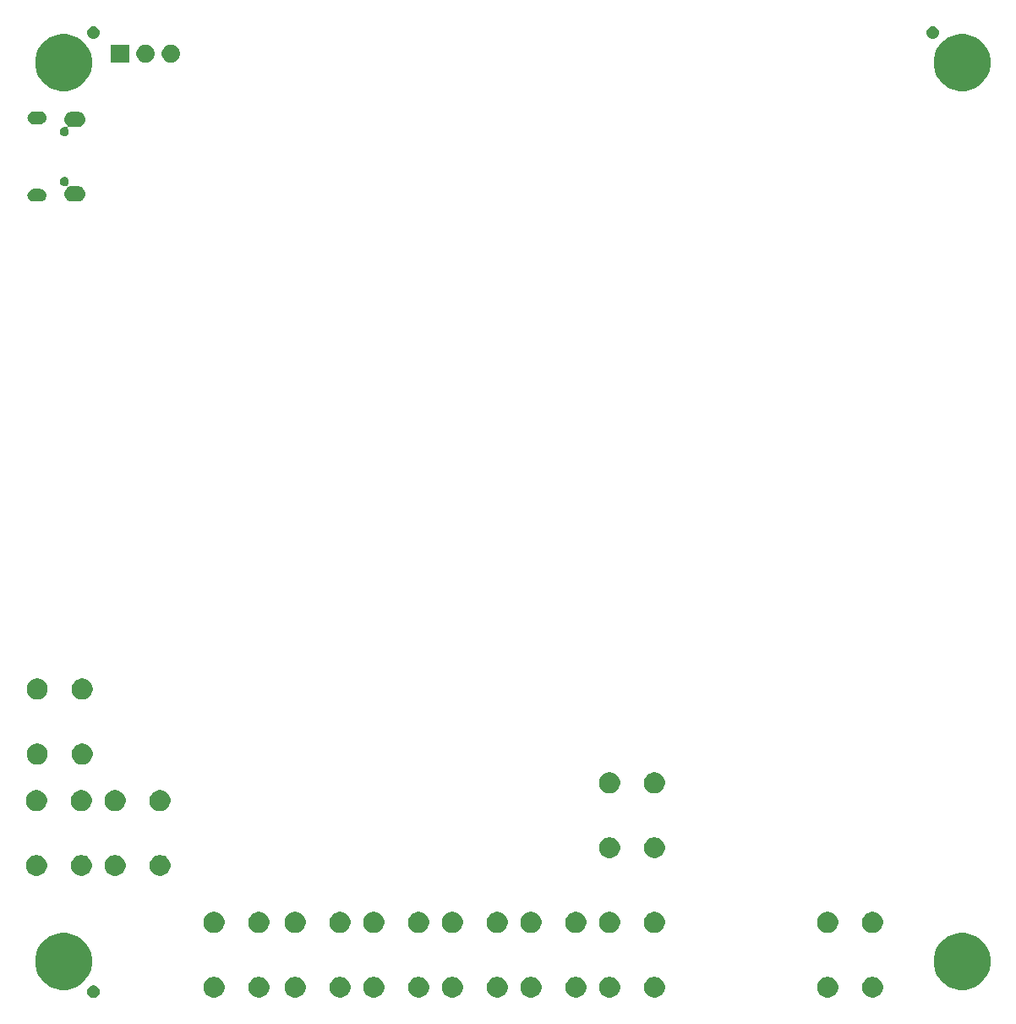
<source format=gbr>
G04 #@! TF.GenerationSoftware,KiCad,Pcbnew,5.1.5+dfsg1-2build2*
G04 #@! TF.CreationDate,2020-11-18T19:51:06+01:00*
G04 #@! TF.ProjectId,Logic_panel_v1,4c6f6769-635f-4706-916e-656c5f76312e,rev?*
G04 #@! TF.SameCoordinates,Original*
G04 #@! TF.FileFunction,Soldermask,Bot*
G04 #@! TF.FilePolarity,Negative*
%FSLAX46Y46*%
G04 Gerber Fmt 4.6, Leading zero omitted, Abs format (unit mm)*
G04 Created by KiCad (PCBNEW 5.1.5+dfsg1-2build2) date 2020-11-18 19:51:06*
%MOMM*%
%LPD*%
G04 APERTURE LIST*
%ADD10C,0.350000*%
G04 APERTURE END LIST*
D10*
G36*
X58121322Y-147430947D02*
G01*
X58181889Y-147442994D01*
X58238943Y-147466627D01*
X58295997Y-147490259D01*
X58398687Y-147558874D01*
X58486025Y-147646212D01*
X58554640Y-147748902D01*
X58601905Y-147863011D01*
X58626000Y-147984144D01*
X58626000Y-148107654D01*
X58601905Y-148228787D01*
X58554640Y-148342896D01*
X58486025Y-148445586D01*
X58398687Y-148532924D01*
X58295997Y-148601539D01*
X58267185Y-148613473D01*
X58181889Y-148648804D01*
X58156460Y-148653862D01*
X58060755Y-148672899D01*
X57937245Y-148672899D01*
X57841540Y-148653862D01*
X57816111Y-148648804D01*
X57730815Y-148613473D01*
X57702003Y-148601539D01*
X57599313Y-148532924D01*
X57511975Y-148445586D01*
X57443360Y-148342896D01*
X57396095Y-148228787D01*
X57372000Y-148107654D01*
X57372000Y-147984144D01*
X57396095Y-147863011D01*
X57443360Y-147748902D01*
X57511975Y-147646212D01*
X57599313Y-147558874D01*
X57702003Y-147490259D01*
X57759057Y-147466627D01*
X57816111Y-147442994D01*
X57876678Y-147430947D01*
X57937245Y-147418899D01*
X58060755Y-147418899D01*
X58121322Y-147430947D01*
G37*
G36*
X94264565Y-146592251D02*
G01*
X94455834Y-146671477D01*
X94455836Y-146671478D01*
X94627974Y-146786497D01*
X94774366Y-146932889D01*
X94889386Y-147105029D01*
X94968612Y-147296298D01*
X95009001Y-147499346D01*
X95009001Y-147706378D01*
X94968612Y-147909426D01*
X94937662Y-147984145D01*
X94889385Y-148100697D01*
X94774366Y-148272835D01*
X94627974Y-148419227D01*
X94455836Y-148534246D01*
X94455835Y-148534247D01*
X94455834Y-148534247D01*
X94264565Y-148613473D01*
X94061517Y-148653862D01*
X93854485Y-148653862D01*
X93651437Y-148613473D01*
X93460168Y-148534247D01*
X93460167Y-148534247D01*
X93460166Y-148534246D01*
X93288028Y-148419227D01*
X93141636Y-148272835D01*
X93026617Y-148100697D01*
X92978340Y-147984145D01*
X92947390Y-147909426D01*
X92907001Y-147706378D01*
X92907001Y-147499346D01*
X92947390Y-147296298D01*
X93026616Y-147105029D01*
X93141636Y-146932889D01*
X93288028Y-146786497D01*
X93460166Y-146671478D01*
X93460168Y-146671477D01*
X93651437Y-146592251D01*
X93854485Y-146551862D01*
X94061517Y-146551862D01*
X94264565Y-146592251D01*
G37*
G36*
X131856565Y-146592251D02*
G01*
X132047834Y-146671477D01*
X132047836Y-146671478D01*
X132219974Y-146786497D01*
X132366366Y-146932889D01*
X132481386Y-147105029D01*
X132560612Y-147296298D01*
X132601001Y-147499346D01*
X132601001Y-147706378D01*
X132560612Y-147909426D01*
X132529662Y-147984145D01*
X132481385Y-148100697D01*
X132366366Y-148272835D01*
X132219974Y-148419227D01*
X132047836Y-148534246D01*
X132047835Y-148534247D01*
X132047834Y-148534247D01*
X131856565Y-148613473D01*
X131653517Y-148653862D01*
X131446485Y-148653862D01*
X131243437Y-148613473D01*
X131052168Y-148534247D01*
X131052167Y-148534247D01*
X131052166Y-148534246D01*
X130880028Y-148419227D01*
X130733636Y-148272835D01*
X130618617Y-148100697D01*
X130570340Y-147984145D01*
X130539390Y-147909426D01*
X130499001Y-147706378D01*
X130499001Y-147499346D01*
X130539390Y-147296298D01*
X130618616Y-147105029D01*
X130733636Y-146932889D01*
X130880028Y-146786497D01*
X131052166Y-146671478D01*
X131052168Y-146671477D01*
X131243437Y-146592251D01*
X131446485Y-146551862D01*
X131653517Y-146551862D01*
X131856565Y-146592251D01*
G37*
G36*
X136356565Y-146592251D02*
G01*
X136547834Y-146671477D01*
X136547836Y-146671478D01*
X136719974Y-146786497D01*
X136866366Y-146932889D01*
X136981386Y-147105029D01*
X137060612Y-147296298D01*
X137101001Y-147499346D01*
X137101001Y-147706378D01*
X137060612Y-147909426D01*
X137029662Y-147984145D01*
X136981385Y-148100697D01*
X136866366Y-148272835D01*
X136719974Y-148419227D01*
X136547836Y-148534246D01*
X136547835Y-148534247D01*
X136547834Y-148534247D01*
X136356565Y-148613473D01*
X136153517Y-148653862D01*
X135946485Y-148653862D01*
X135743437Y-148613473D01*
X135552168Y-148534247D01*
X135552167Y-148534247D01*
X135552166Y-148534246D01*
X135380028Y-148419227D01*
X135233636Y-148272835D01*
X135118617Y-148100697D01*
X135070340Y-147984145D01*
X135039390Y-147909426D01*
X134999001Y-147706378D01*
X134999001Y-147499346D01*
X135039390Y-147296298D01*
X135118616Y-147105029D01*
X135233636Y-146932889D01*
X135380028Y-146786497D01*
X135552166Y-146671478D01*
X135552168Y-146671477D01*
X135743437Y-146592251D01*
X135946485Y-146551862D01*
X136153517Y-146551862D01*
X136356565Y-146592251D01*
G37*
G36*
X110012565Y-146592251D02*
G01*
X110203834Y-146671477D01*
X110203836Y-146671478D01*
X110375974Y-146786497D01*
X110522366Y-146932889D01*
X110637386Y-147105029D01*
X110716612Y-147296298D01*
X110757001Y-147499346D01*
X110757001Y-147706378D01*
X110716612Y-147909426D01*
X110685662Y-147984145D01*
X110637385Y-148100697D01*
X110522366Y-148272835D01*
X110375974Y-148419227D01*
X110203836Y-148534246D01*
X110203835Y-148534247D01*
X110203834Y-148534247D01*
X110012565Y-148613473D01*
X109809517Y-148653862D01*
X109602485Y-148653862D01*
X109399437Y-148613473D01*
X109208168Y-148534247D01*
X109208167Y-148534247D01*
X109208166Y-148534246D01*
X109036028Y-148419227D01*
X108889636Y-148272835D01*
X108774617Y-148100697D01*
X108726340Y-147984145D01*
X108695390Y-147909426D01*
X108655001Y-147706378D01*
X108655001Y-147499346D01*
X108695390Y-147296298D01*
X108774616Y-147105029D01*
X108889636Y-146932889D01*
X109036028Y-146786497D01*
X109208166Y-146671478D01*
X109208168Y-146671477D01*
X109399437Y-146592251D01*
X109602485Y-146551862D01*
X109809517Y-146551862D01*
X110012565Y-146592251D01*
G37*
G36*
X114512565Y-146592251D02*
G01*
X114703834Y-146671477D01*
X114703836Y-146671478D01*
X114875974Y-146786497D01*
X115022366Y-146932889D01*
X115137386Y-147105029D01*
X115216612Y-147296298D01*
X115257001Y-147499346D01*
X115257001Y-147706378D01*
X115216612Y-147909426D01*
X115185662Y-147984145D01*
X115137385Y-148100697D01*
X115022366Y-148272835D01*
X114875974Y-148419227D01*
X114703836Y-148534246D01*
X114703835Y-148534247D01*
X114703834Y-148534247D01*
X114512565Y-148613473D01*
X114309517Y-148653862D01*
X114102485Y-148653862D01*
X113899437Y-148613473D01*
X113708168Y-148534247D01*
X113708167Y-148534247D01*
X113708166Y-148534246D01*
X113536028Y-148419227D01*
X113389636Y-148272835D01*
X113274617Y-148100697D01*
X113226340Y-147984145D01*
X113195390Y-147909426D01*
X113155001Y-147706378D01*
X113155001Y-147499346D01*
X113195390Y-147296298D01*
X113274616Y-147105029D01*
X113389636Y-146932889D01*
X113536028Y-146786497D01*
X113708166Y-146671478D01*
X113708168Y-146671477D01*
X113899437Y-146592251D01*
X114102485Y-146551862D01*
X114309517Y-146551862D01*
X114512565Y-146592251D01*
G37*
G36*
X102138565Y-146592251D02*
G01*
X102329834Y-146671477D01*
X102329836Y-146671478D01*
X102501974Y-146786497D01*
X102648366Y-146932889D01*
X102763386Y-147105029D01*
X102842612Y-147296298D01*
X102883001Y-147499346D01*
X102883001Y-147706378D01*
X102842612Y-147909426D01*
X102811662Y-147984145D01*
X102763385Y-148100697D01*
X102648366Y-148272835D01*
X102501974Y-148419227D01*
X102329836Y-148534246D01*
X102329835Y-148534247D01*
X102329834Y-148534247D01*
X102138565Y-148613473D01*
X101935517Y-148653862D01*
X101728485Y-148653862D01*
X101525437Y-148613473D01*
X101334168Y-148534247D01*
X101334167Y-148534247D01*
X101334166Y-148534246D01*
X101162028Y-148419227D01*
X101015636Y-148272835D01*
X100900617Y-148100697D01*
X100852340Y-147984145D01*
X100821390Y-147909426D01*
X100781001Y-147706378D01*
X100781001Y-147499346D01*
X100821390Y-147296298D01*
X100900616Y-147105029D01*
X101015636Y-146932889D01*
X101162028Y-146786497D01*
X101334166Y-146671478D01*
X101334168Y-146671477D01*
X101525437Y-146592251D01*
X101728485Y-146551862D01*
X101935517Y-146551862D01*
X102138565Y-146592251D01*
G37*
G36*
X106638565Y-146592251D02*
G01*
X106829834Y-146671477D01*
X106829836Y-146671478D01*
X107001974Y-146786497D01*
X107148366Y-146932889D01*
X107263386Y-147105029D01*
X107342612Y-147296298D01*
X107383001Y-147499346D01*
X107383001Y-147706378D01*
X107342612Y-147909426D01*
X107311662Y-147984145D01*
X107263385Y-148100697D01*
X107148366Y-148272835D01*
X107001974Y-148419227D01*
X106829836Y-148534246D01*
X106829835Y-148534247D01*
X106829834Y-148534247D01*
X106638565Y-148613473D01*
X106435517Y-148653862D01*
X106228485Y-148653862D01*
X106025437Y-148613473D01*
X105834168Y-148534247D01*
X105834167Y-148534247D01*
X105834166Y-148534246D01*
X105662028Y-148419227D01*
X105515636Y-148272835D01*
X105400617Y-148100697D01*
X105352340Y-147984145D01*
X105321390Y-147909426D01*
X105281001Y-147706378D01*
X105281001Y-147499346D01*
X105321390Y-147296298D01*
X105400616Y-147105029D01*
X105515636Y-146932889D01*
X105662028Y-146786497D01*
X105834166Y-146671478D01*
X105834168Y-146671477D01*
X106025437Y-146592251D01*
X106228485Y-146551862D01*
X106435517Y-146551862D01*
X106638565Y-146592251D01*
G37*
G36*
X98764565Y-146592251D02*
G01*
X98955834Y-146671477D01*
X98955836Y-146671478D01*
X99127974Y-146786497D01*
X99274366Y-146932889D01*
X99389386Y-147105029D01*
X99468612Y-147296298D01*
X99509001Y-147499346D01*
X99509001Y-147706378D01*
X99468612Y-147909426D01*
X99437662Y-147984145D01*
X99389385Y-148100697D01*
X99274366Y-148272835D01*
X99127974Y-148419227D01*
X98955836Y-148534246D01*
X98955835Y-148534247D01*
X98955834Y-148534247D01*
X98764565Y-148613473D01*
X98561517Y-148653862D01*
X98354485Y-148653862D01*
X98151437Y-148613473D01*
X97960168Y-148534247D01*
X97960167Y-148534247D01*
X97960166Y-148534246D01*
X97788028Y-148419227D01*
X97641636Y-148272835D01*
X97526617Y-148100697D01*
X97478340Y-147984145D01*
X97447390Y-147909426D01*
X97407001Y-147706378D01*
X97407001Y-147499346D01*
X97447390Y-147296298D01*
X97526616Y-147105029D01*
X97641636Y-146932889D01*
X97788028Y-146786497D01*
X97960166Y-146671478D01*
X97960168Y-146671477D01*
X98151437Y-146592251D01*
X98354485Y-146551862D01*
X98561517Y-146551862D01*
X98764565Y-146592251D01*
G37*
G36*
X74888565Y-146592251D02*
G01*
X75079834Y-146671477D01*
X75079836Y-146671478D01*
X75251974Y-146786497D01*
X75398366Y-146932889D01*
X75513386Y-147105029D01*
X75592612Y-147296298D01*
X75633001Y-147499346D01*
X75633001Y-147706378D01*
X75592612Y-147909426D01*
X75561662Y-147984145D01*
X75513385Y-148100697D01*
X75398366Y-148272835D01*
X75251974Y-148419227D01*
X75079836Y-148534246D01*
X75079835Y-148534247D01*
X75079834Y-148534247D01*
X74888565Y-148613473D01*
X74685517Y-148653862D01*
X74478485Y-148653862D01*
X74275437Y-148613473D01*
X74084168Y-148534247D01*
X74084167Y-148534247D01*
X74084166Y-148534246D01*
X73912028Y-148419227D01*
X73765636Y-148272835D01*
X73650617Y-148100697D01*
X73602340Y-147984145D01*
X73571390Y-147909426D01*
X73531001Y-147706378D01*
X73531001Y-147499346D01*
X73571390Y-147296298D01*
X73650616Y-147105029D01*
X73765636Y-146932889D01*
X73912028Y-146786497D01*
X74084166Y-146671478D01*
X74084168Y-146671477D01*
X74275437Y-146592251D01*
X74478485Y-146551862D01*
X74685517Y-146551862D01*
X74888565Y-146592251D01*
G37*
G36*
X70388565Y-146592251D02*
G01*
X70579834Y-146671477D01*
X70579836Y-146671478D01*
X70751974Y-146786497D01*
X70898366Y-146932889D01*
X71013386Y-147105029D01*
X71092612Y-147296298D01*
X71133001Y-147499346D01*
X71133001Y-147706378D01*
X71092612Y-147909426D01*
X71061662Y-147984145D01*
X71013385Y-148100697D01*
X70898366Y-148272835D01*
X70751974Y-148419227D01*
X70579836Y-148534246D01*
X70579835Y-148534247D01*
X70579834Y-148534247D01*
X70388565Y-148613473D01*
X70185517Y-148653862D01*
X69978485Y-148653862D01*
X69775437Y-148613473D01*
X69584168Y-148534247D01*
X69584167Y-148534247D01*
X69584166Y-148534246D01*
X69412028Y-148419227D01*
X69265636Y-148272835D01*
X69150617Y-148100697D01*
X69102340Y-147984145D01*
X69071390Y-147909426D01*
X69031001Y-147706378D01*
X69031001Y-147499346D01*
X69071390Y-147296298D01*
X69150616Y-147105029D01*
X69265636Y-146932889D01*
X69412028Y-146786497D01*
X69584166Y-146671478D01*
X69584168Y-146671477D01*
X69775437Y-146592251D01*
X69978485Y-146551862D01*
X70185517Y-146551862D01*
X70388565Y-146592251D01*
G37*
G36*
X83016565Y-146592251D02*
G01*
X83207834Y-146671477D01*
X83207836Y-146671478D01*
X83379974Y-146786497D01*
X83526366Y-146932889D01*
X83641386Y-147105029D01*
X83720612Y-147296298D01*
X83761001Y-147499346D01*
X83761001Y-147706378D01*
X83720612Y-147909426D01*
X83689662Y-147984145D01*
X83641385Y-148100697D01*
X83526366Y-148272835D01*
X83379974Y-148419227D01*
X83207836Y-148534246D01*
X83207835Y-148534247D01*
X83207834Y-148534247D01*
X83016565Y-148613473D01*
X82813517Y-148653862D01*
X82606485Y-148653862D01*
X82403437Y-148613473D01*
X82212168Y-148534247D01*
X82212167Y-148534247D01*
X82212166Y-148534246D01*
X82040028Y-148419227D01*
X81893636Y-148272835D01*
X81778617Y-148100697D01*
X81730340Y-147984145D01*
X81699390Y-147909426D01*
X81659001Y-147706378D01*
X81659001Y-147499346D01*
X81699390Y-147296298D01*
X81778616Y-147105029D01*
X81893636Y-146932889D01*
X82040028Y-146786497D01*
X82212166Y-146671478D01*
X82212168Y-146671477D01*
X82403437Y-146592251D01*
X82606485Y-146551862D01*
X82813517Y-146551862D01*
X83016565Y-146592251D01*
G37*
G36*
X78516565Y-146592251D02*
G01*
X78707834Y-146671477D01*
X78707836Y-146671478D01*
X78879974Y-146786497D01*
X79026366Y-146932889D01*
X79141386Y-147105029D01*
X79220612Y-147296298D01*
X79261001Y-147499346D01*
X79261001Y-147706378D01*
X79220612Y-147909426D01*
X79189662Y-147984145D01*
X79141385Y-148100697D01*
X79026366Y-148272835D01*
X78879974Y-148419227D01*
X78707836Y-148534246D01*
X78707835Y-148534247D01*
X78707834Y-148534247D01*
X78516565Y-148613473D01*
X78313517Y-148653862D01*
X78106485Y-148653862D01*
X77903437Y-148613473D01*
X77712168Y-148534247D01*
X77712167Y-148534247D01*
X77712166Y-148534246D01*
X77540028Y-148419227D01*
X77393636Y-148272835D01*
X77278617Y-148100697D01*
X77230340Y-147984145D01*
X77199390Y-147909426D01*
X77159001Y-147706378D01*
X77159001Y-147499346D01*
X77199390Y-147296298D01*
X77278616Y-147105029D01*
X77393636Y-146932889D01*
X77540028Y-146786497D01*
X77712166Y-146671478D01*
X77712168Y-146671477D01*
X77903437Y-146592251D01*
X78106485Y-146551862D01*
X78313517Y-146551862D01*
X78516565Y-146592251D01*
G37*
G36*
X90890565Y-146592251D02*
G01*
X91081834Y-146671477D01*
X91081836Y-146671478D01*
X91253974Y-146786497D01*
X91400366Y-146932889D01*
X91515386Y-147105029D01*
X91594612Y-147296298D01*
X91635001Y-147499346D01*
X91635001Y-147706378D01*
X91594612Y-147909426D01*
X91563662Y-147984145D01*
X91515385Y-148100697D01*
X91400366Y-148272835D01*
X91253974Y-148419227D01*
X91081836Y-148534246D01*
X91081835Y-148534247D01*
X91081834Y-148534247D01*
X90890565Y-148613473D01*
X90687517Y-148653862D01*
X90480485Y-148653862D01*
X90277437Y-148613473D01*
X90086168Y-148534247D01*
X90086167Y-148534247D01*
X90086166Y-148534246D01*
X89914028Y-148419227D01*
X89767636Y-148272835D01*
X89652617Y-148100697D01*
X89604340Y-147984145D01*
X89573390Y-147909426D01*
X89533001Y-147706378D01*
X89533001Y-147499346D01*
X89573390Y-147296298D01*
X89652616Y-147105029D01*
X89767636Y-146932889D01*
X89914028Y-146786497D01*
X90086166Y-146671478D01*
X90086168Y-146671477D01*
X90277437Y-146592251D01*
X90480485Y-146551862D01*
X90687517Y-146551862D01*
X90890565Y-146592251D01*
G37*
G36*
X86390565Y-146592251D02*
G01*
X86581834Y-146671477D01*
X86581836Y-146671478D01*
X86753974Y-146786497D01*
X86900366Y-146932889D01*
X87015386Y-147105029D01*
X87094612Y-147296298D01*
X87135001Y-147499346D01*
X87135001Y-147706378D01*
X87094612Y-147909426D01*
X87063662Y-147984145D01*
X87015385Y-148100697D01*
X86900366Y-148272835D01*
X86753974Y-148419227D01*
X86581836Y-148534246D01*
X86581835Y-148534247D01*
X86581834Y-148534247D01*
X86390565Y-148613473D01*
X86187517Y-148653862D01*
X85980485Y-148653862D01*
X85777437Y-148613473D01*
X85586168Y-148534247D01*
X85586167Y-148534247D01*
X85586166Y-148534246D01*
X85414028Y-148419227D01*
X85267636Y-148272835D01*
X85152617Y-148100697D01*
X85104340Y-147984145D01*
X85073390Y-147909426D01*
X85033001Y-147706378D01*
X85033001Y-147499346D01*
X85073390Y-147296298D01*
X85152616Y-147105029D01*
X85267636Y-146932889D01*
X85414028Y-146786497D01*
X85586166Y-146671478D01*
X85586168Y-146671477D01*
X85777437Y-146592251D01*
X85980485Y-146551862D01*
X86187517Y-146551862D01*
X86390565Y-146592251D01*
G37*
G36*
X145576203Y-142218643D02*
G01*
X145851607Y-142273424D01*
X146370456Y-142488338D01*
X146837408Y-142800346D01*
X147234517Y-143197455D01*
X147546525Y-143664407D01*
X147761439Y-144183256D01*
X147871001Y-144734063D01*
X147871001Y-145295661D01*
X147761439Y-145846468D01*
X147546525Y-146365317D01*
X147234517Y-146832269D01*
X146837408Y-147229378D01*
X146370456Y-147541386D01*
X145851607Y-147756300D01*
X145576203Y-147811081D01*
X145300801Y-147865862D01*
X144739201Y-147865862D01*
X144463799Y-147811081D01*
X144188395Y-147756300D01*
X143669546Y-147541386D01*
X143202594Y-147229378D01*
X142805485Y-146832269D01*
X142493477Y-146365317D01*
X142278563Y-145846468D01*
X142169001Y-145295661D01*
X142169001Y-144734063D01*
X142278563Y-144183256D01*
X142493477Y-143664407D01*
X142805485Y-143197455D01*
X143202594Y-142800346D01*
X143669546Y-142488338D01*
X144188395Y-142273424D01*
X144463799Y-142218643D01*
X144739201Y-142163862D01*
X145300801Y-142163862D01*
X145576203Y-142218643D01*
G37*
G36*
X55576203Y-142218643D02*
G01*
X55851607Y-142273424D01*
X56370456Y-142488338D01*
X56837408Y-142800346D01*
X57234517Y-143197455D01*
X57546525Y-143664407D01*
X57761439Y-144183256D01*
X57871001Y-144734063D01*
X57871001Y-145295661D01*
X57761439Y-145846468D01*
X57546525Y-146365317D01*
X57234517Y-146832269D01*
X56837408Y-147229378D01*
X56370456Y-147541386D01*
X55851607Y-147756300D01*
X55576203Y-147811081D01*
X55300801Y-147865862D01*
X54739201Y-147865862D01*
X54463799Y-147811081D01*
X54188395Y-147756300D01*
X53669546Y-147541386D01*
X53202594Y-147229378D01*
X52805485Y-146832269D01*
X52493477Y-146365317D01*
X52278563Y-145846468D01*
X52169001Y-145295661D01*
X52169001Y-144734063D01*
X52278563Y-144183256D01*
X52493477Y-143664407D01*
X52805485Y-143197455D01*
X53202594Y-142800346D01*
X53669546Y-142488338D01*
X54188395Y-142273424D01*
X54463799Y-142218643D01*
X54739201Y-142163862D01*
X55300801Y-142163862D01*
X55576203Y-142218643D01*
G37*
G36*
X110012565Y-140092251D02*
G01*
X110203834Y-140171477D01*
X110203836Y-140171478D01*
X110375974Y-140286497D01*
X110522366Y-140432889D01*
X110637386Y-140605029D01*
X110716612Y-140796298D01*
X110757001Y-140999346D01*
X110757001Y-141206378D01*
X110716612Y-141409426D01*
X110637386Y-141600695D01*
X110637385Y-141600697D01*
X110522366Y-141772835D01*
X110375974Y-141919227D01*
X110203836Y-142034246D01*
X110203835Y-142034247D01*
X110203834Y-142034247D01*
X110012565Y-142113473D01*
X109809517Y-142153862D01*
X109602485Y-142153862D01*
X109399437Y-142113473D01*
X109208168Y-142034247D01*
X109208167Y-142034247D01*
X109208166Y-142034246D01*
X109036028Y-141919227D01*
X108889636Y-141772835D01*
X108774617Y-141600697D01*
X108774616Y-141600695D01*
X108695390Y-141409426D01*
X108655001Y-141206378D01*
X108655001Y-140999346D01*
X108695390Y-140796298D01*
X108774616Y-140605029D01*
X108889636Y-140432889D01*
X109036028Y-140286497D01*
X109208166Y-140171478D01*
X109208168Y-140171477D01*
X109399437Y-140092251D01*
X109602485Y-140051862D01*
X109809517Y-140051862D01*
X110012565Y-140092251D01*
G37*
G36*
X78516565Y-140092251D02*
G01*
X78707834Y-140171477D01*
X78707836Y-140171478D01*
X78879974Y-140286497D01*
X79026366Y-140432889D01*
X79141386Y-140605029D01*
X79220612Y-140796298D01*
X79261001Y-140999346D01*
X79261001Y-141206378D01*
X79220612Y-141409426D01*
X79141386Y-141600695D01*
X79141385Y-141600697D01*
X79026366Y-141772835D01*
X78879974Y-141919227D01*
X78707836Y-142034246D01*
X78707835Y-142034247D01*
X78707834Y-142034247D01*
X78516565Y-142113473D01*
X78313517Y-142153862D01*
X78106485Y-142153862D01*
X77903437Y-142113473D01*
X77712168Y-142034247D01*
X77712167Y-142034247D01*
X77712166Y-142034246D01*
X77540028Y-141919227D01*
X77393636Y-141772835D01*
X77278617Y-141600697D01*
X77278616Y-141600695D01*
X77199390Y-141409426D01*
X77159001Y-141206378D01*
X77159001Y-140999346D01*
X77199390Y-140796298D01*
X77278616Y-140605029D01*
X77393636Y-140432889D01*
X77540028Y-140286497D01*
X77712166Y-140171478D01*
X77712168Y-140171477D01*
X77903437Y-140092251D01*
X78106485Y-140051862D01*
X78313517Y-140051862D01*
X78516565Y-140092251D01*
G37*
G36*
X83016565Y-140092251D02*
G01*
X83207834Y-140171477D01*
X83207836Y-140171478D01*
X83379974Y-140286497D01*
X83526366Y-140432889D01*
X83641386Y-140605029D01*
X83720612Y-140796298D01*
X83761001Y-140999346D01*
X83761001Y-141206378D01*
X83720612Y-141409426D01*
X83641386Y-141600695D01*
X83641385Y-141600697D01*
X83526366Y-141772835D01*
X83379974Y-141919227D01*
X83207836Y-142034246D01*
X83207835Y-142034247D01*
X83207834Y-142034247D01*
X83016565Y-142113473D01*
X82813517Y-142153862D01*
X82606485Y-142153862D01*
X82403437Y-142113473D01*
X82212168Y-142034247D01*
X82212167Y-142034247D01*
X82212166Y-142034246D01*
X82040028Y-141919227D01*
X81893636Y-141772835D01*
X81778617Y-141600697D01*
X81778616Y-141600695D01*
X81699390Y-141409426D01*
X81659001Y-141206378D01*
X81659001Y-140999346D01*
X81699390Y-140796298D01*
X81778616Y-140605029D01*
X81893636Y-140432889D01*
X82040028Y-140286497D01*
X82212166Y-140171478D01*
X82212168Y-140171477D01*
X82403437Y-140092251D01*
X82606485Y-140051862D01*
X82813517Y-140051862D01*
X83016565Y-140092251D01*
G37*
G36*
X70388565Y-140092251D02*
G01*
X70579834Y-140171477D01*
X70579836Y-140171478D01*
X70751974Y-140286497D01*
X70898366Y-140432889D01*
X71013386Y-140605029D01*
X71092612Y-140796298D01*
X71133001Y-140999346D01*
X71133001Y-141206378D01*
X71092612Y-141409426D01*
X71013386Y-141600695D01*
X71013385Y-141600697D01*
X70898366Y-141772835D01*
X70751974Y-141919227D01*
X70579836Y-142034246D01*
X70579835Y-142034247D01*
X70579834Y-142034247D01*
X70388565Y-142113473D01*
X70185517Y-142153862D01*
X69978485Y-142153862D01*
X69775437Y-142113473D01*
X69584168Y-142034247D01*
X69584167Y-142034247D01*
X69584166Y-142034246D01*
X69412028Y-141919227D01*
X69265636Y-141772835D01*
X69150617Y-141600697D01*
X69150616Y-141600695D01*
X69071390Y-141409426D01*
X69031001Y-141206378D01*
X69031001Y-140999346D01*
X69071390Y-140796298D01*
X69150616Y-140605029D01*
X69265636Y-140432889D01*
X69412028Y-140286497D01*
X69584166Y-140171478D01*
X69584168Y-140171477D01*
X69775437Y-140092251D01*
X69978485Y-140051862D01*
X70185517Y-140051862D01*
X70388565Y-140092251D01*
G37*
G36*
X74888565Y-140092251D02*
G01*
X75079834Y-140171477D01*
X75079836Y-140171478D01*
X75251974Y-140286497D01*
X75398366Y-140432889D01*
X75513386Y-140605029D01*
X75592612Y-140796298D01*
X75633001Y-140999346D01*
X75633001Y-141206378D01*
X75592612Y-141409426D01*
X75513386Y-141600695D01*
X75513385Y-141600697D01*
X75398366Y-141772835D01*
X75251974Y-141919227D01*
X75079836Y-142034246D01*
X75079835Y-142034247D01*
X75079834Y-142034247D01*
X74888565Y-142113473D01*
X74685517Y-142153862D01*
X74478485Y-142153862D01*
X74275437Y-142113473D01*
X74084168Y-142034247D01*
X74084167Y-142034247D01*
X74084166Y-142034246D01*
X73912028Y-141919227D01*
X73765636Y-141772835D01*
X73650617Y-141600697D01*
X73650616Y-141600695D01*
X73571390Y-141409426D01*
X73531001Y-141206378D01*
X73531001Y-140999346D01*
X73571390Y-140796298D01*
X73650616Y-140605029D01*
X73765636Y-140432889D01*
X73912028Y-140286497D01*
X74084166Y-140171478D01*
X74084168Y-140171477D01*
X74275437Y-140092251D01*
X74478485Y-140051862D01*
X74685517Y-140051862D01*
X74888565Y-140092251D01*
G37*
G36*
X90890565Y-140092251D02*
G01*
X91081834Y-140171477D01*
X91081836Y-140171478D01*
X91253974Y-140286497D01*
X91400366Y-140432889D01*
X91515386Y-140605029D01*
X91594612Y-140796298D01*
X91635001Y-140999346D01*
X91635001Y-141206378D01*
X91594612Y-141409426D01*
X91515386Y-141600695D01*
X91515385Y-141600697D01*
X91400366Y-141772835D01*
X91253974Y-141919227D01*
X91081836Y-142034246D01*
X91081835Y-142034247D01*
X91081834Y-142034247D01*
X90890565Y-142113473D01*
X90687517Y-142153862D01*
X90480485Y-142153862D01*
X90277437Y-142113473D01*
X90086168Y-142034247D01*
X90086167Y-142034247D01*
X90086166Y-142034246D01*
X89914028Y-141919227D01*
X89767636Y-141772835D01*
X89652617Y-141600697D01*
X89652616Y-141600695D01*
X89573390Y-141409426D01*
X89533001Y-141206378D01*
X89533001Y-140999346D01*
X89573390Y-140796298D01*
X89652616Y-140605029D01*
X89767636Y-140432889D01*
X89914028Y-140286497D01*
X90086166Y-140171478D01*
X90086168Y-140171477D01*
X90277437Y-140092251D01*
X90480485Y-140051862D01*
X90687517Y-140051862D01*
X90890565Y-140092251D01*
G37*
G36*
X86390565Y-140092251D02*
G01*
X86581834Y-140171477D01*
X86581836Y-140171478D01*
X86753974Y-140286497D01*
X86900366Y-140432889D01*
X87015386Y-140605029D01*
X87094612Y-140796298D01*
X87135001Y-140999346D01*
X87135001Y-141206378D01*
X87094612Y-141409426D01*
X87015386Y-141600695D01*
X87015385Y-141600697D01*
X86900366Y-141772835D01*
X86753974Y-141919227D01*
X86581836Y-142034246D01*
X86581835Y-142034247D01*
X86581834Y-142034247D01*
X86390565Y-142113473D01*
X86187517Y-142153862D01*
X85980485Y-142153862D01*
X85777437Y-142113473D01*
X85586168Y-142034247D01*
X85586167Y-142034247D01*
X85586166Y-142034246D01*
X85414028Y-141919227D01*
X85267636Y-141772835D01*
X85152617Y-141600697D01*
X85152616Y-141600695D01*
X85073390Y-141409426D01*
X85033001Y-141206378D01*
X85033001Y-140999346D01*
X85073390Y-140796298D01*
X85152616Y-140605029D01*
X85267636Y-140432889D01*
X85414028Y-140286497D01*
X85586166Y-140171478D01*
X85586168Y-140171477D01*
X85777437Y-140092251D01*
X85980485Y-140051862D01*
X86187517Y-140051862D01*
X86390565Y-140092251D01*
G37*
G36*
X98764565Y-140092251D02*
G01*
X98955834Y-140171477D01*
X98955836Y-140171478D01*
X99127974Y-140286497D01*
X99274366Y-140432889D01*
X99389386Y-140605029D01*
X99468612Y-140796298D01*
X99509001Y-140999346D01*
X99509001Y-141206378D01*
X99468612Y-141409426D01*
X99389386Y-141600695D01*
X99389385Y-141600697D01*
X99274366Y-141772835D01*
X99127974Y-141919227D01*
X98955836Y-142034246D01*
X98955835Y-142034247D01*
X98955834Y-142034247D01*
X98764565Y-142113473D01*
X98561517Y-142153862D01*
X98354485Y-142153862D01*
X98151437Y-142113473D01*
X97960168Y-142034247D01*
X97960167Y-142034247D01*
X97960166Y-142034246D01*
X97788028Y-141919227D01*
X97641636Y-141772835D01*
X97526617Y-141600697D01*
X97526616Y-141600695D01*
X97447390Y-141409426D01*
X97407001Y-141206378D01*
X97407001Y-140999346D01*
X97447390Y-140796298D01*
X97526616Y-140605029D01*
X97641636Y-140432889D01*
X97788028Y-140286497D01*
X97960166Y-140171478D01*
X97960168Y-140171477D01*
X98151437Y-140092251D01*
X98354485Y-140051862D01*
X98561517Y-140051862D01*
X98764565Y-140092251D01*
G37*
G36*
X94264565Y-140092251D02*
G01*
X94455834Y-140171477D01*
X94455836Y-140171478D01*
X94627974Y-140286497D01*
X94774366Y-140432889D01*
X94889386Y-140605029D01*
X94968612Y-140796298D01*
X95009001Y-140999346D01*
X95009001Y-141206378D01*
X94968612Y-141409426D01*
X94889386Y-141600695D01*
X94889385Y-141600697D01*
X94774366Y-141772835D01*
X94627974Y-141919227D01*
X94455836Y-142034246D01*
X94455835Y-142034247D01*
X94455834Y-142034247D01*
X94264565Y-142113473D01*
X94061517Y-142153862D01*
X93854485Y-142153862D01*
X93651437Y-142113473D01*
X93460168Y-142034247D01*
X93460167Y-142034247D01*
X93460166Y-142034246D01*
X93288028Y-141919227D01*
X93141636Y-141772835D01*
X93026617Y-141600697D01*
X93026616Y-141600695D01*
X92947390Y-141409426D01*
X92907001Y-141206378D01*
X92907001Y-140999346D01*
X92947390Y-140796298D01*
X93026616Y-140605029D01*
X93141636Y-140432889D01*
X93288028Y-140286497D01*
X93460166Y-140171478D01*
X93460168Y-140171477D01*
X93651437Y-140092251D01*
X93854485Y-140051862D01*
X94061517Y-140051862D01*
X94264565Y-140092251D01*
G37*
G36*
X106638565Y-140092251D02*
G01*
X106829834Y-140171477D01*
X106829836Y-140171478D01*
X107001974Y-140286497D01*
X107148366Y-140432889D01*
X107263386Y-140605029D01*
X107342612Y-140796298D01*
X107383001Y-140999346D01*
X107383001Y-141206378D01*
X107342612Y-141409426D01*
X107263386Y-141600695D01*
X107263385Y-141600697D01*
X107148366Y-141772835D01*
X107001974Y-141919227D01*
X106829836Y-142034246D01*
X106829835Y-142034247D01*
X106829834Y-142034247D01*
X106638565Y-142113473D01*
X106435517Y-142153862D01*
X106228485Y-142153862D01*
X106025437Y-142113473D01*
X105834168Y-142034247D01*
X105834167Y-142034247D01*
X105834166Y-142034246D01*
X105662028Y-141919227D01*
X105515636Y-141772835D01*
X105400617Y-141600697D01*
X105400616Y-141600695D01*
X105321390Y-141409426D01*
X105281001Y-141206378D01*
X105281001Y-140999346D01*
X105321390Y-140796298D01*
X105400616Y-140605029D01*
X105515636Y-140432889D01*
X105662028Y-140286497D01*
X105834166Y-140171478D01*
X105834168Y-140171477D01*
X106025437Y-140092251D01*
X106228485Y-140051862D01*
X106435517Y-140051862D01*
X106638565Y-140092251D01*
G37*
G36*
X102138565Y-140092251D02*
G01*
X102329834Y-140171477D01*
X102329836Y-140171478D01*
X102501974Y-140286497D01*
X102648366Y-140432889D01*
X102763386Y-140605029D01*
X102842612Y-140796298D01*
X102883001Y-140999346D01*
X102883001Y-141206378D01*
X102842612Y-141409426D01*
X102763386Y-141600695D01*
X102763385Y-141600697D01*
X102648366Y-141772835D01*
X102501974Y-141919227D01*
X102329836Y-142034246D01*
X102329835Y-142034247D01*
X102329834Y-142034247D01*
X102138565Y-142113473D01*
X101935517Y-142153862D01*
X101728485Y-142153862D01*
X101525437Y-142113473D01*
X101334168Y-142034247D01*
X101334167Y-142034247D01*
X101334166Y-142034246D01*
X101162028Y-141919227D01*
X101015636Y-141772835D01*
X100900617Y-141600697D01*
X100900616Y-141600695D01*
X100821390Y-141409426D01*
X100781001Y-141206378D01*
X100781001Y-140999346D01*
X100821390Y-140796298D01*
X100900616Y-140605029D01*
X101015636Y-140432889D01*
X101162028Y-140286497D01*
X101334166Y-140171478D01*
X101334168Y-140171477D01*
X101525437Y-140092251D01*
X101728485Y-140051862D01*
X101935517Y-140051862D01*
X102138565Y-140092251D01*
G37*
G36*
X131856565Y-140092251D02*
G01*
X132047834Y-140171477D01*
X132047836Y-140171478D01*
X132219974Y-140286497D01*
X132366366Y-140432889D01*
X132481386Y-140605029D01*
X132560612Y-140796298D01*
X132601001Y-140999346D01*
X132601001Y-141206378D01*
X132560612Y-141409426D01*
X132481386Y-141600695D01*
X132481385Y-141600697D01*
X132366366Y-141772835D01*
X132219974Y-141919227D01*
X132047836Y-142034246D01*
X132047835Y-142034247D01*
X132047834Y-142034247D01*
X131856565Y-142113473D01*
X131653517Y-142153862D01*
X131446485Y-142153862D01*
X131243437Y-142113473D01*
X131052168Y-142034247D01*
X131052167Y-142034247D01*
X131052166Y-142034246D01*
X130880028Y-141919227D01*
X130733636Y-141772835D01*
X130618617Y-141600697D01*
X130618616Y-141600695D01*
X130539390Y-141409426D01*
X130499001Y-141206378D01*
X130499001Y-140999346D01*
X130539390Y-140796298D01*
X130618616Y-140605029D01*
X130733636Y-140432889D01*
X130880028Y-140286497D01*
X131052166Y-140171478D01*
X131052168Y-140171477D01*
X131243437Y-140092251D01*
X131446485Y-140051862D01*
X131653517Y-140051862D01*
X131856565Y-140092251D01*
G37*
G36*
X136356565Y-140092251D02*
G01*
X136547834Y-140171477D01*
X136547836Y-140171478D01*
X136719974Y-140286497D01*
X136866366Y-140432889D01*
X136981386Y-140605029D01*
X137060612Y-140796298D01*
X137101001Y-140999346D01*
X137101001Y-141206378D01*
X137060612Y-141409426D01*
X136981386Y-141600695D01*
X136981385Y-141600697D01*
X136866366Y-141772835D01*
X136719974Y-141919227D01*
X136547836Y-142034246D01*
X136547835Y-142034247D01*
X136547834Y-142034247D01*
X136356565Y-142113473D01*
X136153517Y-142153862D01*
X135946485Y-142153862D01*
X135743437Y-142113473D01*
X135552168Y-142034247D01*
X135552167Y-142034247D01*
X135552166Y-142034246D01*
X135380028Y-141919227D01*
X135233636Y-141772835D01*
X135118617Y-141600697D01*
X135118616Y-141600695D01*
X135039390Y-141409426D01*
X134999001Y-141206378D01*
X134999001Y-140999346D01*
X135039390Y-140796298D01*
X135118616Y-140605029D01*
X135233636Y-140432889D01*
X135380028Y-140286497D01*
X135552166Y-140171478D01*
X135552168Y-140171477D01*
X135743437Y-140092251D01*
X135946485Y-140051862D01*
X136153517Y-140051862D01*
X136356565Y-140092251D01*
G37*
G36*
X114512565Y-140092251D02*
G01*
X114703834Y-140171477D01*
X114703836Y-140171478D01*
X114875974Y-140286497D01*
X115022366Y-140432889D01*
X115137386Y-140605029D01*
X115216612Y-140796298D01*
X115257001Y-140999346D01*
X115257001Y-141206378D01*
X115216612Y-141409426D01*
X115137386Y-141600695D01*
X115137385Y-141600697D01*
X115022366Y-141772835D01*
X114875974Y-141919227D01*
X114703836Y-142034246D01*
X114703835Y-142034247D01*
X114703834Y-142034247D01*
X114512565Y-142113473D01*
X114309517Y-142153862D01*
X114102485Y-142153862D01*
X113899437Y-142113473D01*
X113708168Y-142034247D01*
X113708167Y-142034247D01*
X113708166Y-142034246D01*
X113536028Y-141919227D01*
X113389636Y-141772835D01*
X113274617Y-141600697D01*
X113274616Y-141600695D01*
X113195390Y-141409426D01*
X113155001Y-141206378D01*
X113155001Y-140999346D01*
X113195390Y-140796298D01*
X113274616Y-140605029D01*
X113389636Y-140432889D01*
X113536028Y-140286497D01*
X113708166Y-140171478D01*
X113708168Y-140171477D01*
X113899437Y-140092251D01*
X114102485Y-140051862D01*
X114309517Y-140051862D01*
X114512565Y-140092251D01*
G37*
G36*
X64982565Y-134400251D02*
G01*
X65173834Y-134479477D01*
X65173836Y-134479478D01*
X65300700Y-134564246D01*
X65345974Y-134594497D01*
X65492366Y-134740889D01*
X65607386Y-134913029D01*
X65686612Y-135104298D01*
X65727001Y-135307346D01*
X65727001Y-135514378D01*
X65686612Y-135717426D01*
X65607386Y-135908695D01*
X65607385Y-135908697D01*
X65492366Y-136080835D01*
X65345974Y-136227227D01*
X65173836Y-136342246D01*
X65173835Y-136342247D01*
X65173834Y-136342247D01*
X64982565Y-136421473D01*
X64779517Y-136461862D01*
X64572485Y-136461862D01*
X64369437Y-136421473D01*
X64178168Y-136342247D01*
X64178167Y-136342247D01*
X64178166Y-136342246D01*
X64006028Y-136227227D01*
X63859636Y-136080835D01*
X63744617Y-135908697D01*
X63744616Y-135908695D01*
X63665390Y-135717426D01*
X63625001Y-135514378D01*
X63625001Y-135307346D01*
X63665390Y-135104298D01*
X63744616Y-134913029D01*
X63859636Y-134740889D01*
X64006028Y-134594497D01*
X64051302Y-134564246D01*
X64178166Y-134479478D01*
X64178168Y-134479477D01*
X64369437Y-134400251D01*
X64572485Y-134359862D01*
X64779517Y-134359862D01*
X64982565Y-134400251D01*
G37*
G36*
X60482565Y-134400251D02*
G01*
X60673834Y-134479477D01*
X60673836Y-134479478D01*
X60800700Y-134564246D01*
X60845974Y-134594497D01*
X60992366Y-134740889D01*
X61107386Y-134913029D01*
X61186612Y-135104298D01*
X61227001Y-135307346D01*
X61227001Y-135514378D01*
X61186612Y-135717426D01*
X61107386Y-135908695D01*
X61107385Y-135908697D01*
X60992366Y-136080835D01*
X60845974Y-136227227D01*
X60673836Y-136342246D01*
X60673835Y-136342247D01*
X60673834Y-136342247D01*
X60482565Y-136421473D01*
X60279517Y-136461862D01*
X60072485Y-136461862D01*
X59869437Y-136421473D01*
X59678168Y-136342247D01*
X59678167Y-136342247D01*
X59678166Y-136342246D01*
X59506028Y-136227227D01*
X59359636Y-136080835D01*
X59244617Y-135908697D01*
X59244616Y-135908695D01*
X59165390Y-135717426D01*
X59125001Y-135514378D01*
X59125001Y-135307346D01*
X59165390Y-135104298D01*
X59244616Y-134913029D01*
X59359636Y-134740889D01*
X59506028Y-134594497D01*
X59551302Y-134564246D01*
X59678166Y-134479478D01*
X59678168Y-134479477D01*
X59869437Y-134400251D01*
X60072485Y-134359862D01*
X60279517Y-134359862D01*
X60482565Y-134400251D01*
G37*
G36*
X57108565Y-134400251D02*
G01*
X57299834Y-134479477D01*
X57299836Y-134479478D01*
X57426700Y-134564246D01*
X57471974Y-134594497D01*
X57618366Y-134740889D01*
X57733386Y-134913029D01*
X57812612Y-135104298D01*
X57853001Y-135307346D01*
X57853001Y-135514378D01*
X57812612Y-135717426D01*
X57733386Y-135908695D01*
X57733385Y-135908697D01*
X57618366Y-136080835D01*
X57471974Y-136227227D01*
X57299836Y-136342246D01*
X57299835Y-136342247D01*
X57299834Y-136342247D01*
X57108565Y-136421473D01*
X56905517Y-136461862D01*
X56698485Y-136461862D01*
X56495437Y-136421473D01*
X56304168Y-136342247D01*
X56304167Y-136342247D01*
X56304166Y-136342246D01*
X56132028Y-136227227D01*
X55985636Y-136080835D01*
X55870617Y-135908697D01*
X55870616Y-135908695D01*
X55791390Y-135717426D01*
X55751001Y-135514378D01*
X55751001Y-135307346D01*
X55791390Y-135104298D01*
X55870616Y-134913029D01*
X55985636Y-134740889D01*
X56132028Y-134594497D01*
X56177302Y-134564246D01*
X56304166Y-134479478D01*
X56304168Y-134479477D01*
X56495437Y-134400251D01*
X56698485Y-134359862D01*
X56905517Y-134359862D01*
X57108565Y-134400251D01*
G37*
G36*
X52608565Y-134400251D02*
G01*
X52799834Y-134479477D01*
X52799836Y-134479478D01*
X52926700Y-134564246D01*
X52971974Y-134594497D01*
X53118366Y-134740889D01*
X53233386Y-134913029D01*
X53312612Y-135104298D01*
X53353001Y-135307346D01*
X53353001Y-135514378D01*
X53312612Y-135717426D01*
X53233386Y-135908695D01*
X53233385Y-135908697D01*
X53118366Y-136080835D01*
X52971974Y-136227227D01*
X52799836Y-136342246D01*
X52799835Y-136342247D01*
X52799834Y-136342247D01*
X52608565Y-136421473D01*
X52405517Y-136461862D01*
X52198485Y-136461862D01*
X51995437Y-136421473D01*
X51804168Y-136342247D01*
X51804167Y-136342247D01*
X51804166Y-136342246D01*
X51632028Y-136227227D01*
X51485636Y-136080835D01*
X51370617Y-135908697D01*
X51370616Y-135908695D01*
X51291390Y-135717426D01*
X51251001Y-135514378D01*
X51251001Y-135307346D01*
X51291390Y-135104298D01*
X51370616Y-134913029D01*
X51485636Y-134740889D01*
X51632028Y-134594497D01*
X51677302Y-134564246D01*
X51804166Y-134479478D01*
X51804168Y-134479477D01*
X51995437Y-134400251D01*
X52198485Y-134359862D01*
X52405517Y-134359862D01*
X52608565Y-134400251D01*
G37*
G36*
X114512565Y-132622251D02*
G01*
X114703834Y-132701477D01*
X114703836Y-132701478D01*
X114875974Y-132816497D01*
X115022366Y-132962889D01*
X115137386Y-133135029D01*
X115216612Y-133326298D01*
X115257001Y-133529346D01*
X115257001Y-133736378D01*
X115216612Y-133939426D01*
X115137386Y-134130695D01*
X115137385Y-134130697D01*
X115022366Y-134302835D01*
X114875974Y-134449227D01*
X114703836Y-134564246D01*
X114703835Y-134564247D01*
X114703834Y-134564247D01*
X114512565Y-134643473D01*
X114309517Y-134683862D01*
X114102485Y-134683862D01*
X113899437Y-134643473D01*
X113708168Y-134564247D01*
X113708167Y-134564247D01*
X113708166Y-134564246D01*
X113536028Y-134449227D01*
X113389636Y-134302835D01*
X113274617Y-134130697D01*
X113274616Y-134130695D01*
X113195390Y-133939426D01*
X113155001Y-133736378D01*
X113155001Y-133529346D01*
X113195390Y-133326298D01*
X113274616Y-133135029D01*
X113389636Y-132962889D01*
X113536028Y-132816497D01*
X113708166Y-132701478D01*
X113708168Y-132701477D01*
X113899437Y-132622251D01*
X114102485Y-132581862D01*
X114309517Y-132581862D01*
X114512565Y-132622251D01*
G37*
G36*
X110012565Y-132622251D02*
G01*
X110203834Y-132701477D01*
X110203836Y-132701478D01*
X110375974Y-132816497D01*
X110522366Y-132962889D01*
X110637386Y-133135029D01*
X110716612Y-133326298D01*
X110757001Y-133529346D01*
X110757001Y-133736378D01*
X110716612Y-133939426D01*
X110637386Y-134130695D01*
X110637385Y-134130697D01*
X110522366Y-134302835D01*
X110375974Y-134449227D01*
X110203836Y-134564246D01*
X110203835Y-134564247D01*
X110203834Y-134564247D01*
X110012565Y-134643473D01*
X109809517Y-134683862D01*
X109602485Y-134683862D01*
X109399437Y-134643473D01*
X109208168Y-134564247D01*
X109208167Y-134564247D01*
X109208166Y-134564246D01*
X109036028Y-134449227D01*
X108889636Y-134302835D01*
X108774617Y-134130697D01*
X108774616Y-134130695D01*
X108695390Y-133939426D01*
X108655001Y-133736378D01*
X108655001Y-133529346D01*
X108695390Y-133326298D01*
X108774616Y-133135029D01*
X108889636Y-132962889D01*
X109036028Y-132816497D01*
X109208166Y-132701478D01*
X109208168Y-132701477D01*
X109399437Y-132622251D01*
X109602485Y-132581862D01*
X109809517Y-132581862D01*
X110012565Y-132622251D01*
G37*
G36*
X64982565Y-127900251D02*
G01*
X65173834Y-127979477D01*
X65173836Y-127979478D01*
X65300700Y-128064246D01*
X65345974Y-128094497D01*
X65492366Y-128240889D01*
X65607386Y-128413029D01*
X65686612Y-128604298D01*
X65727001Y-128807346D01*
X65727001Y-129014378D01*
X65686612Y-129217426D01*
X65607386Y-129408695D01*
X65607385Y-129408697D01*
X65492366Y-129580835D01*
X65345974Y-129727227D01*
X65173836Y-129842246D01*
X65173835Y-129842247D01*
X65173834Y-129842247D01*
X64982565Y-129921473D01*
X64779517Y-129961862D01*
X64572485Y-129961862D01*
X64369437Y-129921473D01*
X64178168Y-129842247D01*
X64178167Y-129842247D01*
X64178166Y-129842246D01*
X64006028Y-129727227D01*
X63859636Y-129580835D01*
X63744617Y-129408697D01*
X63744616Y-129408695D01*
X63665390Y-129217426D01*
X63625001Y-129014378D01*
X63625001Y-128807346D01*
X63665390Y-128604298D01*
X63744616Y-128413029D01*
X63859636Y-128240889D01*
X64006028Y-128094497D01*
X64051302Y-128064246D01*
X64178166Y-127979478D01*
X64178168Y-127979477D01*
X64369437Y-127900251D01*
X64572485Y-127859862D01*
X64779517Y-127859862D01*
X64982565Y-127900251D01*
G37*
G36*
X60482565Y-127900251D02*
G01*
X60673834Y-127979477D01*
X60673836Y-127979478D01*
X60800700Y-128064246D01*
X60845974Y-128094497D01*
X60992366Y-128240889D01*
X61107386Y-128413029D01*
X61186612Y-128604298D01*
X61227001Y-128807346D01*
X61227001Y-129014378D01*
X61186612Y-129217426D01*
X61107386Y-129408695D01*
X61107385Y-129408697D01*
X60992366Y-129580835D01*
X60845974Y-129727227D01*
X60673836Y-129842246D01*
X60673835Y-129842247D01*
X60673834Y-129842247D01*
X60482565Y-129921473D01*
X60279517Y-129961862D01*
X60072485Y-129961862D01*
X59869437Y-129921473D01*
X59678168Y-129842247D01*
X59678167Y-129842247D01*
X59678166Y-129842246D01*
X59506028Y-129727227D01*
X59359636Y-129580835D01*
X59244617Y-129408697D01*
X59244616Y-129408695D01*
X59165390Y-129217426D01*
X59125001Y-129014378D01*
X59125001Y-128807346D01*
X59165390Y-128604298D01*
X59244616Y-128413029D01*
X59359636Y-128240889D01*
X59506028Y-128094497D01*
X59551302Y-128064246D01*
X59678166Y-127979478D01*
X59678168Y-127979477D01*
X59869437Y-127900251D01*
X60072485Y-127859862D01*
X60279517Y-127859862D01*
X60482565Y-127900251D01*
G37*
G36*
X52608565Y-127900251D02*
G01*
X52799834Y-127979477D01*
X52799836Y-127979478D01*
X52926700Y-128064246D01*
X52971974Y-128094497D01*
X53118366Y-128240889D01*
X53233386Y-128413029D01*
X53312612Y-128604298D01*
X53353001Y-128807346D01*
X53353001Y-129014378D01*
X53312612Y-129217426D01*
X53233386Y-129408695D01*
X53233385Y-129408697D01*
X53118366Y-129580835D01*
X52971974Y-129727227D01*
X52799836Y-129842246D01*
X52799835Y-129842247D01*
X52799834Y-129842247D01*
X52608565Y-129921473D01*
X52405517Y-129961862D01*
X52198485Y-129961862D01*
X51995437Y-129921473D01*
X51804168Y-129842247D01*
X51804167Y-129842247D01*
X51804166Y-129842246D01*
X51632028Y-129727227D01*
X51485636Y-129580835D01*
X51370617Y-129408697D01*
X51370616Y-129408695D01*
X51291390Y-129217426D01*
X51251001Y-129014378D01*
X51251001Y-128807346D01*
X51291390Y-128604298D01*
X51370616Y-128413029D01*
X51485636Y-128240889D01*
X51632028Y-128094497D01*
X51677302Y-128064246D01*
X51804166Y-127979478D01*
X51804168Y-127979477D01*
X51995437Y-127900251D01*
X52198485Y-127859862D01*
X52405517Y-127859862D01*
X52608565Y-127900251D01*
G37*
G36*
X57108565Y-127900251D02*
G01*
X57299834Y-127979477D01*
X57299836Y-127979478D01*
X57426700Y-128064246D01*
X57471974Y-128094497D01*
X57618366Y-128240889D01*
X57733386Y-128413029D01*
X57812612Y-128604298D01*
X57853001Y-128807346D01*
X57853001Y-129014378D01*
X57812612Y-129217426D01*
X57733386Y-129408695D01*
X57733385Y-129408697D01*
X57618366Y-129580835D01*
X57471974Y-129727227D01*
X57299836Y-129842246D01*
X57299835Y-129842247D01*
X57299834Y-129842247D01*
X57108565Y-129921473D01*
X56905517Y-129961862D01*
X56698485Y-129961862D01*
X56495437Y-129921473D01*
X56304168Y-129842247D01*
X56304167Y-129842247D01*
X56304166Y-129842246D01*
X56132028Y-129727227D01*
X55985636Y-129580835D01*
X55870617Y-129408697D01*
X55870616Y-129408695D01*
X55791390Y-129217426D01*
X55751001Y-129014378D01*
X55751001Y-128807346D01*
X55791390Y-128604298D01*
X55870616Y-128413029D01*
X55985636Y-128240889D01*
X56132028Y-128094497D01*
X56177302Y-128064246D01*
X56304166Y-127979478D01*
X56304168Y-127979477D01*
X56495437Y-127900251D01*
X56698485Y-127859862D01*
X56905517Y-127859862D01*
X57108565Y-127900251D01*
G37*
G36*
X114512565Y-126122251D02*
G01*
X114703834Y-126201477D01*
X114703836Y-126201478D01*
X114875974Y-126316497D01*
X115022366Y-126462889D01*
X115137386Y-126635029D01*
X115216612Y-126826298D01*
X115257001Y-127029346D01*
X115257001Y-127236378D01*
X115216612Y-127439426D01*
X115137386Y-127630695D01*
X115137385Y-127630697D01*
X115022366Y-127802835D01*
X114875974Y-127949227D01*
X114703836Y-128064246D01*
X114703835Y-128064247D01*
X114703834Y-128064247D01*
X114512565Y-128143473D01*
X114309517Y-128183862D01*
X114102485Y-128183862D01*
X113899437Y-128143473D01*
X113708168Y-128064247D01*
X113708167Y-128064247D01*
X113708166Y-128064246D01*
X113536028Y-127949227D01*
X113389636Y-127802835D01*
X113274617Y-127630697D01*
X113274616Y-127630695D01*
X113195390Y-127439426D01*
X113155001Y-127236378D01*
X113155001Y-127029346D01*
X113195390Y-126826298D01*
X113274616Y-126635029D01*
X113389636Y-126462889D01*
X113536028Y-126316497D01*
X113708166Y-126201478D01*
X113708168Y-126201477D01*
X113899437Y-126122251D01*
X114102485Y-126081862D01*
X114309517Y-126081862D01*
X114512565Y-126122251D01*
G37*
G36*
X110012565Y-126122251D02*
G01*
X110203834Y-126201477D01*
X110203836Y-126201478D01*
X110375974Y-126316497D01*
X110522366Y-126462889D01*
X110637386Y-126635029D01*
X110716612Y-126826298D01*
X110757001Y-127029346D01*
X110757001Y-127236378D01*
X110716612Y-127439426D01*
X110637386Y-127630695D01*
X110637385Y-127630697D01*
X110522366Y-127802835D01*
X110375974Y-127949227D01*
X110203836Y-128064246D01*
X110203835Y-128064247D01*
X110203834Y-128064247D01*
X110012565Y-128143473D01*
X109809517Y-128183862D01*
X109602485Y-128183862D01*
X109399437Y-128143473D01*
X109208168Y-128064247D01*
X109208167Y-128064247D01*
X109208166Y-128064246D01*
X109036028Y-127949227D01*
X108889636Y-127802835D01*
X108774617Y-127630697D01*
X108774616Y-127630695D01*
X108695390Y-127439426D01*
X108655001Y-127236378D01*
X108655001Y-127029346D01*
X108695390Y-126826298D01*
X108774616Y-126635029D01*
X108889636Y-126462889D01*
X109036028Y-126316497D01*
X109208166Y-126201478D01*
X109208168Y-126201477D01*
X109399437Y-126122251D01*
X109602485Y-126081862D01*
X109809517Y-126081862D01*
X110012565Y-126122251D01*
G37*
G36*
X57184565Y-123238251D02*
G01*
X57375834Y-123317477D01*
X57375836Y-123317478D01*
X57547974Y-123432497D01*
X57694366Y-123578889D01*
X57809386Y-123751029D01*
X57888612Y-123942298D01*
X57929001Y-124145346D01*
X57929001Y-124352378D01*
X57888612Y-124555426D01*
X57809386Y-124746695D01*
X57809385Y-124746697D01*
X57694366Y-124918835D01*
X57547974Y-125065227D01*
X57375836Y-125180246D01*
X57375835Y-125180247D01*
X57375834Y-125180247D01*
X57184565Y-125259473D01*
X56981517Y-125299862D01*
X56774485Y-125299862D01*
X56571437Y-125259473D01*
X56380168Y-125180247D01*
X56380167Y-125180247D01*
X56380166Y-125180246D01*
X56208028Y-125065227D01*
X56061636Y-124918835D01*
X55946617Y-124746697D01*
X55946616Y-124746695D01*
X55867390Y-124555426D01*
X55827001Y-124352378D01*
X55827001Y-124145346D01*
X55867390Y-123942298D01*
X55946616Y-123751029D01*
X56061636Y-123578889D01*
X56208028Y-123432497D01*
X56380166Y-123317478D01*
X56380168Y-123317477D01*
X56571437Y-123238251D01*
X56774485Y-123197862D01*
X56981517Y-123197862D01*
X57184565Y-123238251D01*
G37*
G36*
X52684565Y-123238251D02*
G01*
X52875834Y-123317477D01*
X52875836Y-123317478D01*
X53047974Y-123432497D01*
X53194366Y-123578889D01*
X53309386Y-123751029D01*
X53388612Y-123942298D01*
X53429001Y-124145346D01*
X53429001Y-124352378D01*
X53388612Y-124555426D01*
X53309386Y-124746695D01*
X53309385Y-124746697D01*
X53194366Y-124918835D01*
X53047974Y-125065227D01*
X52875836Y-125180246D01*
X52875835Y-125180247D01*
X52875834Y-125180247D01*
X52684565Y-125259473D01*
X52481517Y-125299862D01*
X52274485Y-125299862D01*
X52071437Y-125259473D01*
X51880168Y-125180247D01*
X51880167Y-125180247D01*
X51880166Y-125180246D01*
X51708028Y-125065227D01*
X51561636Y-124918835D01*
X51446617Y-124746697D01*
X51446616Y-124746695D01*
X51367390Y-124555426D01*
X51327001Y-124352378D01*
X51327001Y-124145346D01*
X51367390Y-123942298D01*
X51446616Y-123751029D01*
X51561636Y-123578889D01*
X51708028Y-123432497D01*
X51880166Y-123317478D01*
X51880168Y-123317477D01*
X52071437Y-123238251D01*
X52274485Y-123197862D01*
X52481517Y-123197862D01*
X52684565Y-123238251D01*
G37*
G36*
X57184565Y-116738251D02*
G01*
X57375834Y-116817477D01*
X57375836Y-116817478D01*
X57547974Y-116932497D01*
X57694366Y-117078889D01*
X57809386Y-117251029D01*
X57888612Y-117442298D01*
X57929001Y-117645346D01*
X57929001Y-117852378D01*
X57888612Y-118055426D01*
X57809386Y-118246695D01*
X57809385Y-118246697D01*
X57694366Y-118418835D01*
X57547974Y-118565227D01*
X57375836Y-118680246D01*
X57375835Y-118680247D01*
X57375834Y-118680247D01*
X57184565Y-118759473D01*
X56981517Y-118799862D01*
X56774485Y-118799862D01*
X56571437Y-118759473D01*
X56380168Y-118680247D01*
X56380167Y-118680247D01*
X56380166Y-118680246D01*
X56208028Y-118565227D01*
X56061636Y-118418835D01*
X55946617Y-118246697D01*
X55946616Y-118246695D01*
X55867390Y-118055426D01*
X55827001Y-117852378D01*
X55827001Y-117645346D01*
X55867390Y-117442298D01*
X55946616Y-117251029D01*
X56061636Y-117078889D01*
X56208028Y-116932497D01*
X56380166Y-116817478D01*
X56380168Y-116817477D01*
X56571437Y-116738251D01*
X56774485Y-116697862D01*
X56981517Y-116697862D01*
X57184565Y-116738251D01*
G37*
G36*
X52684565Y-116738251D02*
G01*
X52875834Y-116817477D01*
X52875836Y-116817478D01*
X53047974Y-116932497D01*
X53194366Y-117078889D01*
X53309386Y-117251029D01*
X53388612Y-117442298D01*
X53429001Y-117645346D01*
X53429001Y-117852378D01*
X53388612Y-118055426D01*
X53309386Y-118246695D01*
X53309385Y-118246697D01*
X53194366Y-118418835D01*
X53047974Y-118565227D01*
X52875836Y-118680246D01*
X52875835Y-118680247D01*
X52875834Y-118680247D01*
X52684565Y-118759473D01*
X52481517Y-118799862D01*
X52274485Y-118799862D01*
X52071437Y-118759473D01*
X51880168Y-118680247D01*
X51880167Y-118680247D01*
X51880166Y-118680246D01*
X51708028Y-118565227D01*
X51561636Y-118418835D01*
X51446617Y-118246697D01*
X51446616Y-118246695D01*
X51367390Y-118055426D01*
X51327001Y-117852378D01*
X51327001Y-117645346D01*
X51367390Y-117442298D01*
X51446616Y-117251029D01*
X51561636Y-117078889D01*
X51708028Y-116932497D01*
X51880166Y-116817478D01*
X51880168Y-116817477D01*
X52071437Y-116738251D01*
X52274485Y-116697862D01*
X52481517Y-116697862D01*
X52684565Y-116738251D01*
G37*
G36*
X52793716Y-67686920D02*
G01*
X52889754Y-67716053D01*
X52904936Y-67720658D01*
X52911723Y-67722717D01*
X53020469Y-67780843D01*
X53115791Y-67859072D01*
X53194020Y-67954394D01*
X53252146Y-68063140D01*
X53287943Y-68181147D01*
X53300029Y-68303862D01*
X53287943Y-68426577D01*
X53252146Y-68544584D01*
X53194020Y-68653330D01*
X53115791Y-68748652D01*
X53020469Y-68826881D01*
X52911723Y-68885007D01*
X52793716Y-68920804D01*
X52701747Y-68929862D01*
X51990255Y-68929862D01*
X51898286Y-68920804D01*
X51780279Y-68885007D01*
X51671533Y-68826881D01*
X51576211Y-68748652D01*
X51497982Y-68653330D01*
X51439856Y-68544584D01*
X51404059Y-68426577D01*
X51391973Y-68303862D01*
X51404059Y-68181147D01*
X51439856Y-68063140D01*
X51497982Y-67954394D01*
X51576211Y-67859072D01*
X51671533Y-67780843D01*
X51780279Y-67722717D01*
X51787067Y-67720658D01*
X51802248Y-67716053D01*
X51898286Y-67686920D01*
X51990255Y-67677862D01*
X52701747Y-67677862D01*
X52793716Y-67686920D01*
G37*
G36*
X55227553Y-66495193D02*
G01*
X55309628Y-66529190D01*
X55309630Y-66529191D01*
X55346814Y-66554037D01*
X55383496Y-66578547D01*
X55446316Y-66641367D01*
X55495673Y-66715235D01*
X55529670Y-66797310D01*
X55547001Y-66884441D01*
X55547001Y-66973283D01*
X55529670Y-67060414D01*
X55495673Y-67142489D01*
X55446316Y-67216357D01*
X55430763Y-67231910D01*
X55415218Y-67250852D01*
X55403667Y-67272463D01*
X55396554Y-67295912D01*
X55394152Y-67320298D01*
X55396554Y-67344684D01*
X55403667Y-67368133D01*
X55415218Y-67389744D01*
X55430763Y-67408686D01*
X55449705Y-67424231D01*
X55471316Y-67435782D01*
X55494765Y-67442895D01*
X55519151Y-67445297D01*
X55543537Y-67442895D01*
X55566986Y-67435782D01*
X55570615Y-67434066D01*
X55572601Y-67433464D01*
X55572602Y-67433463D01*
X55616902Y-67420025D01*
X55718880Y-67389090D01*
X55832883Y-67377862D01*
X56459119Y-67377862D01*
X56573122Y-67389090D01*
X56719403Y-67433464D01*
X56854205Y-67505517D01*
X56854208Y-67505519D01*
X56854209Y-67505520D01*
X56939569Y-67575574D01*
X56972370Y-67602493D01*
X57069346Y-67720658D01*
X57141399Y-67855460D01*
X57185773Y-68001741D01*
X57200755Y-68153862D01*
X57185773Y-68305983D01*
X57141399Y-68452264D01*
X57069346Y-68587066D01*
X57069344Y-68587069D01*
X57069343Y-68587070D01*
X56972370Y-68705231D01*
X56854205Y-68802207D01*
X56719403Y-68874260D01*
X56573122Y-68918634D01*
X56459119Y-68929862D01*
X55832883Y-68929862D01*
X55718880Y-68918634D01*
X55572599Y-68874260D01*
X55437797Y-68802207D01*
X55319632Y-68705231D01*
X55222659Y-68587070D01*
X55222658Y-68587069D01*
X55222656Y-68587066D01*
X55150603Y-68452264D01*
X55106229Y-68305983D01*
X55091247Y-68153862D01*
X55106229Y-68001741D01*
X55150603Y-67855460D01*
X55222656Y-67720658D01*
X55319634Y-67602490D01*
X55352431Y-67575574D01*
X55369758Y-67558247D01*
X55383371Y-67537873D01*
X55392749Y-67515234D01*
X55397529Y-67491201D01*
X55397529Y-67466697D01*
X55392749Y-67442663D01*
X55383371Y-67420025D01*
X55369757Y-67399650D01*
X55352430Y-67382323D01*
X55332056Y-67368710D01*
X55309417Y-67359332D01*
X55285384Y-67354552D01*
X55260880Y-67354552D01*
X55236846Y-67359332D01*
X55228352Y-67362372D01*
X55140422Y-67379862D01*
X55051580Y-67379862D01*
X54964449Y-67362531D01*
X54882374Y-67328534D01*
X54882373Y-67328534D01*
X54882372Y-67328533D01*
X54808505Y-67279176D01*
X54745687Y-67216358D01*
X54696330Y-67142491D01*
X54696329Y-67142489D01*
X54662332Y-67060414D01*
X54645001Y-66973283D01*
X54645001Y-66884441D01*
X54662332Y-66797310D01*
X54696329Y-66715235D01*
X54745686Y-66641367D01*
X54808506Y-66578547D01*
X54845188Y-66554037D01*
X54882372Y-66529191D01*
X54882374Y-66529190D01*
X54964449Y-66495193D01*
X55051580Y-66477862D01*
X55140422Y-66477862D01*
X55227553Y-66495193D01*
G37*
G36*
X56573122Y-59939090D02*
G01*
X56719403Y-59983464D01*
X56854205Y-60055517D01*
X56854208Y-60055519D01*
X56854209Y-60055520D01*
X56972370Y-60152493D01*
X57014964Y-60204393D01*
X57069346Y-60270658D01*
X57141399Y-60405460D01*
X57185773Y-60551741D01*
X57200755Y-60703862D01*
X57185773Y-60855983D01*
X57141399Y-61002264D01*
X57069346Y-61137066D01*
X57069344Y-61137069D01*
X57069343Y-61137070D01*
X56972370Y-61255231D01*
X56880117Y-61330942D01*
X56854205Y-61352207D01*
X56719403Y-61424260D01*
X56573122Y-61468634D01*
X56459119Y-61479862D01*
X55832883Y-61479862D01*
X55718880Y-61468634D01*
X55566665Y-61422460D01*
X55555440Y-61417810D01*
X55531406Y-61413029D01*
X55506902Y-61413029D01*
X55482869Y-61417808D01*
X55460230Y-61427185D01*
X55439855Y-61440798D01*
X55422528Y-61458125D01*
X55408913Y-61478499D01*
X55399535Y-61501137D01*
X55394754Y-61525171D01*
X55394754Y-61549675D01*
X55399533Y-61573708D01*
X55408910Y-61596347D01*
X55422523Y-61616722D01*
X55430763Y-61625814D01*
X55446316Y-61641367D01*
X55495673Y-61715235D01*
X55529670Y-61797310D01*
X55547001Y-61884441D01*
X55547001Y-61973283D01*
X55529670Y-62060414D01*
X55495673Y-62142489D01*
X55495672Y-62142491D01*
X55446315Y-62216358D01*
X55383497Y-62279176D01*
X55309630Y-62328533D01*
X55309629Y-62328534D01*
X55309628Y-62328534D01*
X55227553Y-62362531D01*
X55140422Y-62379862D01*
X55051580Y-62379862D01*
X54964449Y-62362531D01*
X54882374Y-62328534D01*
X54882373Y-62328534D01*
X54882372Y-62328533D01*
X54808505Y-62279176D01*
X54745687Y-62216358D01*
X54696330Y-62142491D01*
X54696329Y-62142489D01*
X54662332Y-62060414D01*
X54645001Y-61973283D01*
X54645001Y-61884441D01*
X54662332Y-61797310D01*
X54696329Y-61715235D01*
X54745686Y-61641367D01*
X54808506Y-61578547D01*
X54851716Y-61549675D01*
X54882372Y-61529191D01*
X54892077Y-61525171D01*
X54964449Y-61495193D01*
X55051580Y-61477862D01*
X55140422Y-61477862D01*
X55229947Y-61495669D01*
X55248744Y-61501372D01*
X55273130Y-61503774D01*
X55297516Y-61501373D01*
X55320965Y-61494260D01*
X55342576Y-61482709D01*
X55361518Y-61467164D01*
X55377064Y-61448223D01*
X55388615Y-61426612D01*
X55395729Y-61403163D01*
X55398131Y-61378777D01*
X55395730Y-61354391D01*
X55388617Y-61330942D01*
X55377066Y-61309331D01*
X55361521Y-61290389D01*
X55352431Y-61282150D01*
X55319634Y-61255234D01*
X55222656Y-61137066D01*
X55150603Y-61002264D01*
X55106229Y-60855983D01*
X55091247Y-60703862D01*
X55106229Y-60551741D01*
X55150603Y-60405460D01*
X55222656Y-60270658D01*
X55277039Y-60204393D01*
X55319632Y-60152493D01*
X55437793Y-60055520D01*
X55437794Y-60055519D01*
X55437797Y-60055517D01*
X55572599Y-59983464D01*
X55718880Y-59939090D01*
X55832883Y-59927862D01*
X56459119Y-59927862D01*
X56573122Y-59939090D01*
G37*
G36*
X52793716Y-59936920D02*
G01*
X52911723Y-59972717D01*
X53020469Y-60030843D01*
X53115791Y-60109072D01*
X53194020Y-60204394D01*
X53252146Y-60313140D01*
X53287943Y-60431147D01*
X53300029Y-60553862D01*
X53287943Y-60676577D01*
X53252146Y-60794584D01*
X53194020Y-60903330D01*
X53115791Y-60998652D01*
X53020469Y-61076881D01*
X52911723Y-61135007D01*
X52911720Y-61135008D01*
X52904922Y-61137070D01*
X52793716Y-61170804D01*
X52701747Y-61179862D01*
X51990255Y-61179862D01*
X51898286Y-61170804D01*
X51787080Y-61137070D01*
X51780282Y-61135008D01*
X51780279Y-61135007D01*
X51671533Y-61076881D01*
X51576211Y-60998652D01*
X51497982Y-60903330D01*
X51439856Y-60794584D01*
X51404059Y-60676577D01*
X51391973Y-60553862D01*
X51404059Y-60431147D01*
X51439856Y-60313140D01*
X51497982Y-60204394D01*
X51576211Y-60109072D01*
X51671533Y-60030843D01*
X51780279Y-59972717D01*
X51898286Y-59936920D01*
X51990255Y-59927862D01*
X52701747Y-59927862D01*
X52793716Y-59936920D01*
G37*
G36*
X145851607Y-52273424D02*
G01*
X146370456Y-52488338D01*
X146744525Y-52738283D01*
X146837407Y-52800345D01*
X147234518Y-53197456D01*
X147296580Y-53290338D01*
X147546525Y-53664407D01*
X147761439Y-54183256D01*
X147871001Y-54734063D01*
X147871001Y-55295661D01*
X147761439Y-55846468D01*
X147546525Y-56365317D01*
X147234517Y-56832269D01*
X146837408Y-57229378D01*
X146370456Y-57541386D01*
X145851607Y-57756300D01*
X145576203Y-57811081D01*
X145300801Y-57865862D01*
X144739201Y-57865862D01*
X144463799Y-57811081D01*
X144188395Y-57756300D01*
X143669546Y-57541386D01*
X143202594Y-57229378D01*
X142805485Y-56832269D01*
X142493477Y-56365317D01*
X142278563Y-55846468D01*
X142169001Y-55295661D01*
X142169001Y-54734063D01*
X142278563Y-54183256D01*
X142493477Y-53664407D01*
X142743422Y-53290338D01*
X142805484Y-53197456D01*
X143202595Y-52800345D01*
X143295477Y-52738283D01*
X143669546Y-52488338D01*
X144188395Y-52273424D01*
X144463799Y-52218643D01*
X144739201Y-52163862D01*
X145300801Y-52163862D01*
X145851607Y-52273424D01*
G37*
G36*
X55851607Y-52273424D02*
G01*
X56370456Y-52488338D01*
X56744525Y-52738283D01*
X56837407Y-52800345D01*
X57234518Y-53197456D01*
X57296580Y-53290338D01*
X57546525Y-53664407D01*
X57761439Y-54183256D01*
X57871001Y-54734063D01*
X57871001Y-55295661D01*
X57761439Y-55846468D01*
X57546525Y-56365317D01*
X57234517Y-56832269D01*
X56837408Y-57229378D01*
X56370456Y-57541386D01*
X55851607Y-57756300D01*
X55576203Y-57811081D01*
X55300801Y-57865862D01*
X54739201Y-57865862D01*
X54463799Y-57811081D01*
X54188395Y-57756300D01*
X53669546Y-57541386D01*
X53202594Y-57229378D01*
X52805485Y-56832269D01*
X52493477Y-56365317D01*
X52278563Y-55846468D01*
X52169001Y-55295661D01*
X52169001Y-54734063D01*
X52278563Y-54183256D01*
X52493477Y-53664407D01*
X52743422Y-53290338D01*
X52805484Y-53197456D01*
X53202595Y-52800345D01*
X53295477Y-52738283D01*
X53669546Y-52488338D01*
X54188395Y-52273424D01*
X54463799Y-52218643D01*
X54739201Y-52163862D01*
X55300801Y-52163862D01*
X55851607Y-52273424D01*
G37*
G36*
X61585001Y-55031862D02*
G01*
X59783001Y-55031862D01*
X59783001Y-53229862D01*
X61585001Y-53229862D01*
X61585001Y-55031862D01*
G37*
G36*
X65877513Y-53234789D02*
G01*
X66026813Y-53264486D01*
X66190785Y-53332406D01*
X66338355Y-53431009D01*
X66463854Y-53556508D01*
X66562457Y-53704078D01*
X66630377Y-53868050D01*
X66665001Y-54042121D01*
X66665001Y-54219603D01*
X66630377Y-54393674D01*
X66562457Y-54557646D01*
X66463854Y-54705216D01*
X66338355Y-54830715D01*
X66190785Y-54929318D01*
X66026813Y-54997238D01*
X65877513Y-55026935D01*
X65852743Y-55031862D01*
X65675259Y-55031862D01*
X65650489Y-55026935D01*
X65501189Y-54997238D01*
X65337217Y-54929318D01*
X65189647Y-54830715D01*
X65064148Y-54705216D01*
X64965545Y-54557646D01*
X64897625Y-54393674D01*
X64863001Y-54219603D01*
X64863001Y-54042121D01*
X64897625Y-53868050D01*
X64965545Y-53704078D01*
X65064148Y-53556508D01*
X65189647Y-53431009D01*
X65337217Y-53332406D01*
X65501189Y-53264486D01*
X65650489Y-53234789D01*
X65675259Y-53229862D01*
X65852743Y-53229862D01*
X65877513Y-53234789D01*
G37*
G36*
X63337513Y-53234789D02*
G01*
X63486813Y-53264486D01*
X63650785Y-53332406D01*
X63798355Y-53431009D01*
X63923854Y-53556508D01*
X64022457Y-53704078D01*
X64090377Y-53868050D01*
X64125001Y-54042121D01*
X64125001Y-54219603D01*
X64090377Y-54393674D01*
X64022457Y-54557646D01*
X63923854Y-54705216D01*
X63798355Y-54830715D01*
X63650785Y-54929318D01*
X63486813Y-54997238D01*
X63337513Y-55026935D01*
X63312743Y-55031862D01*
X63135259Y-55031862D01*
X63110489Y-55026935D01*
X62961189Y-54997238D01*
X62797217Y-54929318D01*
X62649647Y-54830715D01*
X62524148Y-54705216D01*
X62425545Y-54557646D01*
X62357625Y-54393674D01*
X62323001Y-54219603D01*
X62323001Y-54042121D01*
X62357625Y-53868050D01*
X62425545Y-53704078D01*
X62524148Y-53556508D01*
X62649647Y-53431009D01*
X62797217Y-53332406D01*
X62961189Y-53264486D01*
X63110489Y-53234789D01*
X63135259Y-53229862D01*
X63312743Y-53229862D01*
X63337513Y-53234789D01*
G37*
G36*
X142193320Y-51384047D02*
G01*
X142253888Y-51396095D01*
X142310941Y-51419727D01*
X142367996Y-51443360D01*
X142470686Y-51511975D01*
X142558024Y-51599313D01*
X142626639Y-51702003D01*
X142673904Y-51816112D01*
X142697999Y-51937245D01*
X142697999Y-52060755D01*
X142673904Y-52181888D01*
X142626639Y-52295997D01*
X142558024Y-52398687D01*
X142470686Y-52486025D01*
X142367996Y-52554640D01*
X142310941Y-52578273D01*
X142253888Y-52601905D01*
X142193321Y-52613952D01*
X142132754Y-52626000D01*
X142009244Y-52626000D01*
X141948678Y-52613953D01*
X141888110Y-52601905D01*
X141831056Y-52578272D01*
X141774002Y-52554640D01*
X141671312Y-52486025D01*
X141583974Y-52398687D01*
X141515359Y-52295997D01*
X141468094Y-52181888D01*
X141443999Y-52060755D01*
X141443999Y-51937245D01*
X141468094Y-51816112D01*
X141515359Y-51702003D01*
X141583974Y-51599313D01*
X141671312Y-51511975D01*
X141774002Y-51443360D01*
X141831057Y-51419727D01*
X141888110Y-51396095D01*
X141948677Y-51384048D01*
X142009244Y-51372000D01*
X142132754Y-51372000D01*
X142193320Y-51384047D01*
G37*
G36*
X58121321Y-51384047D02*
G01*
X58181889Y-51396095D01*
X58238942Y-51419727D01*
X58295997Y-51443360D01*
X58398687Y-51511975D01*
X58486025Y-51599313D01*
X58554640Y-51702003D01*
X58601905Y-51816112D01*
X58626000Y-51937245D01*
X58626000Y-52060755D01*
X58601905Y-52181888D01*
X58554640Y-52295997D01*
X58486025Y-52398687D01*
X58398687Y-52486025D01*
X58295997Y-52554640D01*
X58238942Y-52578273D01*
X58181889Y-52601905D01*
X58121322Y-52613952D01*
X58060755Y-52626000D01*
X57937245Y-52626000D01*
X57876679Y-52613953D01*
X57816111Y-52601905D01*
X57759057Y-52578272D01*
X57702003Y-52554640D01*
X57599313Y-52486025D01*
X57511975Y-52398687D01*
X57443360Y-52295997D01*
X57396095Y-52181888D01*
X57372000Y-52060755D01*
X57372000Y-51937245D01*
X57396095Y-51816112D01*
X57443360Y-51702003D01*
X57511975Y-51599313D01*
X57599313Y-51511975D01*
X57702003Y-51443360D01*
X57759058Y-51419727D01*
X57816111Y-51396095D01*
X57876678Y-51384048D01*
X57937245Y-51372000D01*
X58060755Y-51372000D01*
X58121321Y-51384047D01*
G37*
M02*

</source>
